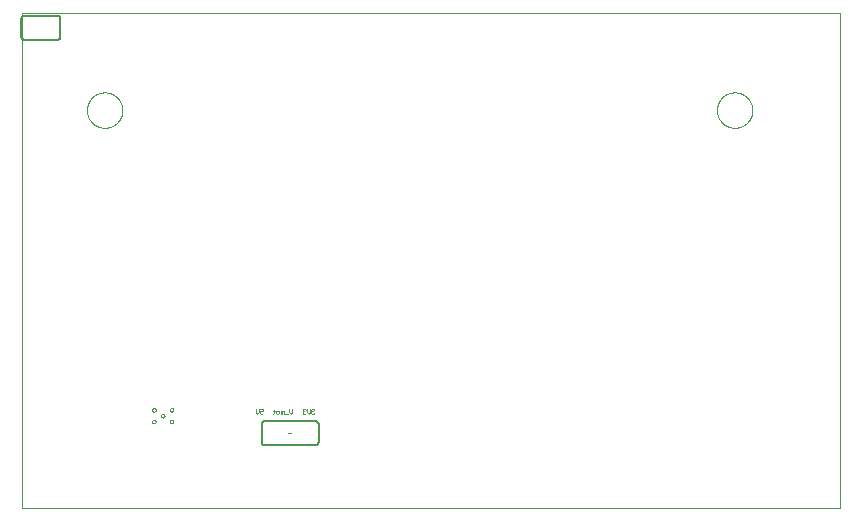
<source format=gbo>
G75*
%MOIN*%
%OFA0B0*%
%FSLAX25Y25*%
%IPPOS*%
%LPD*%
%AMOC8*
5,1,8,0,0,1.08239X$1,22.5*
%
%ADD10C,0.00000*%
%ADD11C,0.00100*%
%ADD12C,0.00600*%
D10*
X0007378Y0003500D02*
X0007378Y0168500D01*
X0279878Y0168500D01*
X0279878Y0003500D01*
X0007378Y0003500D01*
X0050710Y0032156D02*
X0050712Y0032204D01*
X0050718Y0032252D01*
X0050728Y0032299D01*
X0050741Y0032345D01*
X0050759Y0032390D01*
X0050779Y0032434D01*
X0050804Y0032476D01*
X0050832Y0032515D01*
X0050862Y0032552D01*
X0050896Y0032586D01*
X0050933Y0032618D01*
X0050971Y0032647D01*
X0051012Y0032672D01*
X0051055Y0032694D01*
X0051100Y0032712D01*
X0051146Y0032726D01*
X0051193Y0032737D01*
X0051241Y0032744D01*
X0051289Y0032747D01*
X0051337Y0032746D01*
X0051385Y0032741D01*
X0051433Y0032732D01*
X0051479Y0032720D01*
X0051524Y0032703D01*
X0051568Y0032683D01*
X0051610Y0032660D01*
X0051650Y0032633D01*
X0051688Y0032603D01*
X0051723Y0032570D01*
X0051755Y0032534D01*
X0051785Y0032496D01*
X0051811Y0032455D01*
X0051833Y0032412D01*
X0051853Y0032368D01*
X0051868Y0032323D01*
X0051880Y0032276D01*
X0051888Y0032228D01*
X0051892Y0032180D01*
X0051892Y0032132D01*
X0051888Y0032084D01*
X0051880Y0032036D01*
X0051868Y0031989D01*
X0051853Y0031944D01*
X0051833Y0031900D01*
X0051811Y0031857D01*
X0051785Y0031816D01*
X0051755Y0031778D01*
X0051723Y0031742D01*
X0051688Y0031709D01*
X0051650Y0031679D01*
X0051610Y0031652D01*
X0051568Y0031629D01*
X0051524Y0031609D01*
X0051479Y0031592D01*
X0051433Y0031580D01*
X0051385Y0031571D01*
X0051337Y0031566D01*
X0051289Y0031565D01*
X0051241Y0031568D01*
X0051193Y0031575D01*
X0051146Y0031586D01*
X0051100Y0031600D01*
X0051055Y0031618D01*
X0051012Y0031640D01*
X0050971Y0031665D01*
X0050933Y0031694D01*
X0050896Y0031726D01*
X0050862Y0031760D01*
X0050832Y0031797D01*
X0050804Y0031836D01*
X0050779Y0031878D01*
X0050759Y0031922D01*
X0050741Y0031967D01*
X0050728Y0032013D01*
X0050718Y0032060D01*
X0050712Y0032108D01*
X0050710Y0032156D01*
X0053662Y0034125D02*
X0053664Y0034173D01*
X0053670Y0034221D01*
X0053680Y0034268D01*
X0053693Y0034314D01*
X0053711Y0034359D01*
X0053731Y0034403D01*
X0053756Y0034445D01*
X0053784Y0034484D01*
X0053814Y0034521D01*
X0053848Y0034555D01*
X0053885Y0034587D01*
X0053923Y0034616D01*
X0053964Y0034641D01*
X0054007Y0034663D01*
X0054052Y0034681D01*
X0054098Y0034695D01*
X0054145Y0034706D01*
X0054193Y0034713D01*
X0054241Y0034716D01*
X0054289Y0034715D01*
X0054337Y0034710D01*
X0054385Y0034701D01*
X0054431Y0034689D01*
X0054476Y0034672D01*
X0054520Y0034652D01*
X0054562Y0034629D01*
X0054602Y0034602D01*
X0054640Y0034572D01*
X0054675Y0034539D01*
X0054707Y0034503D01*
X0054737Y0034465D01*
X0054763Y0034424D01*
X0054785Y0034381D01*
X0054805Y0034337D01*
X0054820Y0034292D01*
X0054832Y0034245D01*
X0054840Y0034197D01*
X0054844Y0034149D01*
X0054844Y0034101D01*
X0054840Y0034053D01*
X0054832Y0034005D01*
X0054820Y0033958D01*
X0054805Y0033913D01*
X0054785Y0033869D01*
X0054763Y0033826D01*
X0054737Y0033785D01*
X0054707Y0033747D01*
X0054675Y0033711D01*
X0054640Y0033678D01*
X0054602Y0033648D01*
X0054562Y0033621D01*
X0054520Y0033598D01*
X0054476Y0033578D01*
X0054431Y0033561D01*
X0054385Y0033549D01*
X0054337Y0033540D01*
X0054289Y0033535D01*
X0054241Y0033534D01*
X0054193Y0033537D01*
X0054145Y0033544D01*
X0054098Y0033555D01*
X0054052Y0033569D01*
X0054007Y0033587D01*
X0053964Y0033609D01*
X0053923Y0033634D01*
X0053885Y0033663D01*
X0053848Y0033695D01*
X0053814Y0033729D01*
X0053784Y0033766D01*
X0053756Y0033805D01*
X0053731Y0033847D01*
X0053711Y0033891D01*
X0053693Y0033936D01*
X0053680Y0033982D01*
X0053670Y0034029D01*
X0053664Y0034077D01*
X0053662Y0034125D01*
X0050710Y0036094D02*
X0050712Y0036142D01*
X0050718Y0036190D01*
X0050728Y0036237D01*
X0050741Y0036283D01*
X0050759Y0036328D01*
X0050779Y0036372D01*
X0050804Y0036414D01*
X0050832Y0036453D01*
X0050862Y0036490D01*
X0050896Y0036524D01*
X0050933Y0036556D01*
X0050971Y0036585D01*
X0051012Y0036610D01*
X0051055Y0036632D01*
X0051100Y0036650D01*
X0051146Y0036664D01*
X0051193Y0036675D01*
X0051241Y0036682D01*
X0051289Y0036685D01*
X0051337Y0036684D01*
X0051385Y0036679D01*
X0051433Y0036670D01*
X0051479Y0036658D01*
X0051524Y0036641D01*
X0051568Y0036621D01*
X0051610Y0036598D01*
X0051650Y0036571D01*
X0051688Y0036541D01*
X0051723Y0036508D01*
X0051755Y0036472D01*
X0051785Y0036434D01*
X0051811Y0036393D01*
X0051833Y0036350D01*
X0051853Y0036306D01*
X0051868Y0036261D01*
X0051880Y0036214D01*
X0051888Y0036166D01*
X0051892Y0036118D01*
X0051892Y0036070D01*
X0051888Y0036022D01*
X0051880Y0035974D01*
X0051868Y0035927D01*
X0051853Y0035882D01*
X0051833Y0035838D01*
X0051811Y0035795D01*
X0051785Y0035754D01*
X0051755Y0035716D01*
X0051723Y0035680D01*
X0051688Y0035647D01*
X0051650Y0035617D01*
X0051610Y0035590D01*
X0051568Y0035567D01*
X0051524Y0035547D01*
X0051479Y0035530D01*
X0051433Y0035518D01*
X0051385Y0035509D01*
X0051337Y0035504D01*
X0051289Y0035503D01*
X0051241Y0035506D01*
X0051193Y0035513D01*
X0051146Y0035524D01*
X0051100Y0035538D01*
X0051055Y0035556D01*
X0051012Y0035578D01*
X0050971Y0035603D01*
X0050933Y0035632D01*
X0050896Y0035664D01*
X0050862Y0035698D01*
X0050832Y0035735D01*
X0050804Y0035774D01*
X0050779Y0035816D01*
X0050759Y0035860D01*
X0050741Y0035905D01*
X0050728Y0035951D01*
X0050718Y0035998D01*
X0050712Y0036046D01*
X0050710Y0036094D01*
X0056615Y0036094D02*
X0056617Y0036142D01*
X0056623Y0036190D01*
X0056633Y0036237D01*
X0056646Y0036283D01*
X0056664Y0036328D01*
X0056684Y0036372D01*
X0056709Y0036414D01*
X0056737Y0036453D01*
X0056767Y0036490D01*
X0056801Y0036524D01*
X0056838Y0036556D01*
X0056876Y0036585D01*
X0056917Y0036610D01*
X0056960Y0036632D01*
X0057005Y0036650D01*
X0057051Y0036664D01*
X0057098Y0036675D01*
X0057146Y0036682D01*
X0057194Y0036685D01*
X0057242Y0036684D01*
X0057290Y0036679D01*
X0057338Y0036670D01*
X0057384Y0036658D01*
X0057429Y0036641D01*
X0057473Y0036621D01*
X0057515Y0036598D01*
X0057555Y0036571D01*
X0057593Y0036541D01*
X0057628Y0036508D01*
X0057660Y0036472D01*
X0057690Y0036434D01*
X0057716Y0036393D01*
X0057738Y0036350D01*
X0057758Y0036306D01*
X0057773Y0036261D01*
X0057785Y0036214D01*
X0057793Y0036166D01*
X0057797Y0036118D01*
X0057797Y0036070D01*
X0057793Y0036022D01*
X0057785Y0035974D01*
X0057773Y0035927D01*
X0057758Y0035882D01*
X0057738Y0035838D01*
X0057716Y0035795D01*
X0057690Y0035754D01*
X0057660Y0035716D01*
X0057628Y0035680D01*
X0057593Y0035647D01*
X0057555Y0035617D01*
X0057515Y0035590D01*
X0057473Y0035567D01*
X0057429Y0035547D01*
X0057384Y0035530D01*
X0057338Y0035518D01*
X0057290Y0035509D01*
X0057242Y0035504D01*
X0057194Y0035503D01*
X0057146Y0035506D01*
X0057098Y0035513D01*
X0057051Y0035524D01*
X0057005Y0035538D01*
X0056960Y0035556D01*
X0056917Y0035578D01*
X0056876Y0035603D01*
X0056838Y0035632D01*
X0056801Y0035664D01*
X0056767Y0035698D01*
X0056737Y0035735D01*
X0056709Y0035774D01*
X0056684Y0035816D01*
X0056664Y0035860D01*
X0056646Y0035905D01*
X0056633Y0035951D01*
X0056623Y0035998D01*
X0056617Y0036046D01*
X0056615Y0036094D01*
X0056615Y0032156D02*
X0056617Y0032204D01*
X0056623Y0032252D01*
X0056633Y0032299D01*
X0056646Y0032345D01*
X0056664Y0032390D01*
X0056684Y0032434D01*
X0056709Y0032476D01*
X0056737Y0032515D01*
X0056767Y0032552D01*
X0056801Y0032586D01*
X0056838Y0032618D01*
X0056876Y0032647D01*
X0056917Y0032672D01*
X0056960Y0032694D01*
X0057005Y0032712D01*
X0057051Y0032726D01*
X0057098Y0032737D01*
X0057146Y0032744D01*
X0057194Y0032747D01*
X0057242Y0032746D01*
X0057290Y0032741D01*
X0057338Y0032732D01*
X0057384Y0032720D01*
X0057429Y0032703D01*
X0057473Y0032683D01*
X0057515Y0032660D01*
X0057555Y0032633D01*
X0057593Y0032603D01*
X0057628Y0032570D01*
X0057660Y0032534D01*
X0057690Y0032496D01*
X0057716Y0032455D01*
X0057738Y0032412D01*
X0057758Y0032368D01*
X0057773Y0032323D01*
X0057785Y0032276D01*
X0057793Y0032228D01*
X0057797Y0032180D01*
X0057797Y0032132D01*
X0057793Y0032084D01*
X0057785Y0032036D01*
X0057773Y0031989D01*
X0057758Y0031944D01*
X0057738Y0031900D01*
X0057716Y0031857D01*
X0057690Y0031816D01*
X0057660Y0031778D01*
X0057628Y0031742D01*
X0057593Y0031709D01*
X0057555Y0031679D01*
X0057515Y0031652D01*
X0057473Y0031629D01*
X0057429Y0031609D01*
X0057384Y0031592D01*
X0057338Y0031580D01*
X0057290Y0031571D01*
X0057242Y0031566D01*
X0057194Y0031565D01*
X0057146Y0031568D01*
X0057098Y0031575D01*
X0057051Y0031586D01*
X0057005Y0031600D01*
X0056960Y0031618D01*
X0056917Y0031640D01*
X0056876Y0031665D01*
X0056838Y0031694D01*
X0056801Y0031726D01*
X0056767Y0031760D01*
X0056737Y0031797D01*
X0056709Y0031836D01*
X0056684Y0031878D01*
X0056664Y0031922D01*
X0056646Y0031967D01*
X0056633Y0032013D01*
X0056623Y0032060D01*
X0056617Y0032108D01*
X0056615Y0032156D01*
X0095969Y0028479D02*
X0095969Y0028426D01*
X0095995Y0028400D01*
X0096021Y0028426D01*
X0096021Y0028479D01*
X0096041Y0028479D02*
X0096094Y0028479D01*
X0096094Y0028439D01*
X0096067Y0028453D01*
X0096054Y0028453D01*
X0096041Y0028439D01*
X0096041Y0028413D01*
X0096054Y0028400D01*
X0096080Y0028400D01*
X0096094Y0028413D01*
X0096260Y0028453D02*
X0096273Y0028453D01*
X0096299Y0028426D01*
X0096319Y0028413D02*
X0096319Y0028439D01*
X0096332Y0028453D01*
X0096358Y0028453D01*
X0096372Y0028439D01*
X0096372Y0028413D01*
X0096358Y0028400D01*
X0096332Y0028400D01*
X0096319Y0028413D01*
X0096299Y0028400D02*
X0096299Y0028453D01*
X0096394Y0028453D02*
X0096420Y0028453D01*
X0096407Y0028466D02*
X0096407Y0028413D01*
X0096394Y0028400D01*
X0096440Y0028413D02*
X0096440Y0028439D01*
X0096453Y0028453D01*
X0096479Y0028453D01*
X0096492Y0028439D01*
X0096492Y0028413D01*
X0096479Y0028400D01*
X0096453Y0028400D01*
X0096440Y0028413D01*
X0096512Y0028400D02*
X0096512Y0028479D01*
X0096539Y0028453D01*
X0096565Y0028479D01*
X0096565Y0028400D01*
X0096585Y0028387D02*
X0096637Y0028387D01*
X0096657Y0028426D02*
X0096657Y0028479D01*
X0096657Y0028426D02*
X0096684Y0028400D01*
X0096710Y0028426D01*
X0096710Y0028479D01*
X0096875Y0028466D02*
X0096875Y0028453D01*
X0096888Y0028439D01*
X0096875Y0028426D01*
X0096875Y0028413D01*
X0096888Y0028400D01*
X0096914Y0028400D01*
X0096927Y0028413D01*
X0096947Y0028426D02*
X0096947Y0028479D01*
X0096927Y0028466D02*
X0096914Y0028479D01*
X0096888Y0028479D01*
X0096875Y0028466D01*
X0096888Y0028439D02*
X0096901Y0028439D01*
X0096947Y0028426D02*
X0096974Y0028400D01*
X0097000Y0028426D01*
X0097000Y0028479D01*
X0097020Y0028466D02*
X0097020Y0028453D01*
X0097033Y0028439D01*
X0097020Y0028426D01*
X0097020Y0028413D01*
X0097033Y0028400D01*
X0097059Y0028400D01*
X0097072Y0028413D01*
X0097046Y0028439D02*
X0097033Y0028439D01*
X0097020Y0028466D02*
X0097033Y0028479D01*
X0097059Y0028479D01*
X0097072Y0028466D01*
X0028972Y0136000D02*
X0028974Y0136153D01*
X0028980Y0136307D01*
X0028990Y0136460D01*
X0029004Y0136612D01*
X0029022Y0136765D01*
X0029044Y0136916D01*
X0029069Y0137067D01*
X0029099Y0137218D01*
X0029133Y0137368D01*
X0029170Y0137516D01*
X0029211Y0137664D01*
X0029256Y0137810D01*
X0029305Y0137956D01*
X0029358Y0138100D01*
X0029414Y0138242D01*
X0029474Y0138383D01*
X0029538Y0138523D01*
X0029605Y0138661D01*
X0029676Y0138797D01*
X0029751Y0138931D01*
X0029828Y0139063D01*
X0029910Y0139193D01*
X0029994Y0139321D01*
X0030082Y0139447D01*
X0030173Y0139570D01*
X0030267Y0139691D01*
X0030365Y0139809D01*
X0030465Y0139925D01*
X0030569Y0140038D01*
X0030675Y0140149D01*
X0030784Y0140257D01*
X0030896Y0140362D01*
X0031010Y0140463D01*
X0031128Y0140562D01*
X0031247Y0140658D01*
X0031369Y0140751D01*
X0031494Y0140840D01*
X0031621Y0140927D01*
X0031750Y0141009D01*
X0031881Y0141089D01*
X0032014Y0141165D01*
X0032149Y0141238D01*
X0032286Y0141307D01*
X0032425Y0141372D01*
X0032565Y0141434D01*
X0032707Y0141492D01*
X0032850Y0141547D01*
X0032995Y0141598D01*
X0033141Y0141645D01*
X0033288Y0141688D01*
X0033436Y0141727D01*
X0033585Y0141763D01*
X0033735Y0141794D01*
X0033886Y0141822D01*
X0034037Y0141846D01*
X0034190Y0141866D01*
X0034342Y0141882D01*
X0034495Y0141894D01*
X0034648Y0141902D01*
X0034801Y0141906D01*
X0034955Y0141906D01*
X0035108Y0141902D01*
X0035261Y0141894D01*
X0035414Y0141882D01*
X0035566Y0141866D01*
X0035719Y0141846D01*
X0035870Y0141822D01*
X0036021Y0141794D01*
X0036171Y0141763D01*
X0036320Y0141727D01*
X0036468Y0141688D01*
X0036615Y0141645D01*
X0036761Y0141598D01*
X0036906Y0141547D01*
X0037049Y0141492D01*
X0037191Y0141434D01*
X0037331Y0141372D01*
X0037470Y0141307D01*
X0037607Y0141238D01*
X0037742Y0141165D01*
X0037875Y0141089D01*
X0038006Y0141009D01*
X0038135Y0140927D01*
X0038262Y0140840D01*
X0038387Y0140751D01*
X0038509Y0140658D01*
X0038628Y0140562D01*
X0038746Y0140463D01*
X0038860Y0140362D01*
X0038972Y0140257D01*
X0039081Y0140149D01*
X0039187Y0140038D01*
X0039291Y0139925D01*
X0039391Y0139809D01*
X0039489Y0139691D01*
X0039583Y0139570D01*
X0039674Y0139447D01*
X0039762Y0139321D01*
X0039846Y0139193D01*
X0039928Y0139063D01*
X0040005Y0138931D01*
X0040080Y0138797D01*
X0040151Y0138661D01*
X0040218Y0138523D01*
X0040282Y0138383D01*
X0040342Y0138242D01*
X0040398Y0138100D01*
X0040451Y0137956D01*
X0040500Y0137810D01*
X0040545Y0137664D01*
X0040586Y0137516D01*
X0040623Y0137368D01*
X0040657Y0137218D01*
X0040687Y0137067D01*
X0040712Y0136916D01*
X0040734Y0136765D01*
X0040752Y0136612D01*
X0040766Y0136460D01*
X0040776Y0136307D01*
X0040782Y0136153D01*
X0040784Y0136000D01*
X0040782Y0135847D01*
X0040776Y0135693D01*
X0040766Y0135540D01*
X0040752Y0135388D01*
X0040734Y0135235D01*
X0040712Y0135084D01*
X0040687Y0134933D01*
X0040657Y0134782D01*
X0040623Y0134632D01*
X0040586Y0134484D01*
X0040545Y0134336D01*
X0040500Y0134190D01*
X0040451Y0134044D01*
X0040398Y0133900D01*
X0040342Y0133758D01*
X0040282Y0133617D01*
X0040218Y0133477D01*
X0040151Y0133339D01*
X0040080Y0133203D01*
X0040005Y0133069D01*
X0039928Y0132937D01*
X0039846Y0132807D01*
X0039762Y0132679D01*
X0039674Y0132553D01*
X0039583Y0132430D01*
X0039489Y0132309D01*
X0039391Y0132191D01*
X0039291Y0132075D01*
X0039187Y0131962D01*
X0039081Y0131851D01*
X0038972Y0131743D01*
X0038860Y0131638D01*
X0038746Y0131537D01*
X0038628Y0131438D01*
X0038509Y0131342D01*
X0038387Y0131249D01*
X0038262Y0131160D01*
X0038135Y0131073D01*
X0038006Y0130991D01*
X0037875Y0130911D01*
X0037742Y0130835D01*
X0037607Y0130762D01*
X0037470Y0130693D01*
X0037331Y0130628D01*
X0037191Y0130566D01*
X0037049Y0130508D01*
X0036906Y0130453D01*
X0036761Y0130402D01*
X0036615Y0130355D01*
X0036468Y0130312D01*
X0036320Y0130273D01*
X0036171Y0130237D01*
X0036021Y0130206D01*
X0035870Y0130178D01*
X0035719Y0130154D01*
X0035566Y0130134D01*
X0035414Y0130118D01*
X0035261Y0130106D01*
X0035108Y0130098D01*
X0034955Y0130094D01*
X0034801Y0130094D01*
X0034648Y0130098D01*
X0034495Y0130106D01*
X0034342Y0130118D01*
X0034190Y0130134D01*
X0034037Y0130154D01*
X0033886Y0130178D01*
X0033735Y0130206D01*
X0033585Y0130237D01*
X0033436Y0130273D01*
X0033288Y0130312D01*
X0033141Y0130355D01*
X0032995Y0130402D01*
X0032850Y0130453D01*
X0032707Y0130508D01*
X0032565Y0130566D01*
X0032425Y0130628D01*
X0032286Y0130693D01*
X0032149Y0130762D01*
X0032014Y0130835D01*
X0031881Y0130911D01*
X0031750Y0130991D01*
X0031621Y0131073D01*
X0031494Y0131160D01*
X0031369Y0131249D01*
X0031247Y0131342D01*
X0031128Y0131438D01*
X0031010Y0131537D01*
X0030896Y0131638D01*
X0030784Y0131743D01*
X0030675Y0131851D01*
X0030569Y0131962D01*
X0030465Y0132075D01*
X0030365Y0132191D01*
X0030267Y0132309D01*
X0030173Y0132430D01*
X0030082Y0132553D01*
X0029994Y0132679D01*
X0029910Y0132807D01*
X0029828Y0132937D01*
X0029751Y0133069D01*
X0029676Y0133203D01*
X0029605Y0133339D01*
X0029538Y0133477D01*
X0029474Y0133617D01*
X0029414Y0133758D01*
X0029358Y0133900D01*
X0029305Y0134044D01*
X0029256Y0134190D01*
X0029211Y0134336D01*
X0029170Y0134484D01*
X0029133Y0134632D01*
X0029099Y0134782D01*
X0029069Y0134933D01*
X0029044Y0135084D01*
X0029022Y0135235D01*
X0029004Y0135388D01*
X0028990Y0135540D01*
X0028980Y0135693D01*
X0028974Y0135847D01*
X0028972Y0136000D01*
X0238972Y0136000D02*
X0238974Y0136153D01*
X0238980Y0136307D01*
X0238990Y0136460D01*
X0239004Y0136612D01*
X0239022Y0136765D01*
X0239044Y0136916D01*
X0239069Y0137067D01*
X0239099Y0137218D01*
X0239133Y0137368D01*
X0239170Y0137516D01*
X0239211Y0137664D01*
X0239256Y0137810D01*
X0239305Y0137956D01*
X0239358Y0138100D01*
X0239414Y0138242D01*
X0239474Y0138383D01*
X0239538Y0138523D01*
X0239605Y0138661D01*
X0239676Y0138797D01*
X0239751Y0138931D01*
X0239828Y0139063D01*
X0239910Y0139193D01*
X0239994Y0139321D01*
X0240082Y0139447D01*
X0240173Y0139570D01*
X0240267Y0139691D01*
X0240365Y0139809D01*
X0240465Y0139925D01*
X0240569Y0140038D01*
X0240675Y0140149D01*
X0240784Y0140257D01*
X0240896Y0140362D01*
X0241010Y0140463D01*
X0241128Y0140562D01*
X0241247Y0140658D01*
X0241369Y0140751D01*
X0241494Y0140840D01*
X0241621Y0140927D01*
X0241750Y0141009D01*
X0241881Y0141089D01*
X0242014Y0141165D01*
X0242149Y0141238D01*
X0242286Y0141307D01*
X0242425Y0141372D01*
X0242565Y0141434D01*
X0242707Y0141492D01*
X0242850Y0141547D01*
X0242995Y0141598D01*
X0243141Y0141645D01*
X0243288Y0141688D01*
X0243436Y0141727D01*
X0243585Y0141763D01*
X0243735Y0141794D01*
X0243886Y0141822D01*
X0244037Y0141846D01*
X0244190Y0141866D01*
X0244342Y0141882D01*
X0244495Y0141894D01*
X0244648Y0141902D01*
X0244801Y0141906D01*
X0244955Y0141906D01*
X0245108Y0141902D01*
X0245261Y0141894D01*
X0245414Y0141882D01*
X0245566Y0141866D01*
X0245719Y0141846D01*
X0245870Y0141822D01*
X0246021Y0141794D01*
X0246171Y0141763D01*
X0246320Y0141727D01*
X0246468Y0141688D01*
X0246615Y0141645D01*
X0246761Y0141598D01*
X0246906Y0141547D01*
X0247049Y0141492D01*
X0247191Y0141434D01*
X0247331Y0141372D01*
X0247470Y0141307D01*
X0247607Y0141238D01*
X0247742Y0141165D01*
X0247875Y0141089D01*
X0248006Y0141009D01*
X0248135Y0140927D01*
X0248262Y0140840D01*
X0248387Y0140751D01*
X0248509Y0140658D01*
X0248628Y0140562D01*
X0248746Y0140463D01*
X0248860Y0140362D01*
X0248972Y0140257D01*
X0249081Y0140149D01*
X0249187Y0140038D01*
X0249291Y0139925D01*
X0249391Y0139809D01*
X0249489Y0139691D01*
X0249583Y0139570D01*
X0249674Y0139447D01*
X0249762Y0139321D01*
X0249846Y0139193D01*
X0249928Y0139063D01*
X0250005Y0138931D01*
X0250080Y0138797D01*
X0250151Y0138661D01*
X0250218Y0138523D01*
X0250282Y0138383D01*
X0250342Y0138242D01*
X0250398Y0138100D01*
X0250451Y0137956D01*
X0250500Y0137810D01*
X0250545Y0137664D01*
X0250586Y0137516D01*
X0250623Y0137368D01*
X0250657Y0137218D01*
X0250687Y0137067D01*
X0250712Y0136916D01*
X0250734Y0136765D01*
X0250752Y0136612D01*
X0250766Y0136460D01*
X0250776Y0136307D01*
X0250782Y0136153D01*
X0250784Y0136000D01*
X0250782Y0135847D01*
X0250776Y0135693D01*
X0250766Y0135540D01*
X0250752Y0135388D01*
X0250734Y0135235D01*
X0250712Y0135084D01*
X0250687Y0134933D01*
X0250657Y0134782D01*
X0250623Y0134632D01*
X0250586Y0134484D01*
X0250545Y0134336D01*
X0250500Y0134190D01*
X0250451Y0134044D01*
X0250398Y0133900D01*
X0250342Y0133758D01*
X0250282Y0133617D01*
X0250218Y0133477D01*
X0250151Y0133339D01*
X0250080Y0133203D01*
X0250005Y0133069D01*
X0249928Y0132937D01*
X0249846Y0132807D01*
X0249762Y0132679D01*
X0249674Y0132553D01*
X0249583Y0132430D01*
X0249489Y0132309D01*
X0249391Y0132191D01*
X0249291Y0132075D01*
X0249187Y0131962D01*
X0249081Y0131851D01*
X0248972Y0131743D01*
X0248860Y0131638D01*
X0248746Y0131537D01*
X0248628Y0131438D01*
X0248509Y0131342D01*
X0248387Y0131249D01*
X0248262Y0131160D01*
X0248135Y0131073D01*
X0248006Y0130991D01*
X0247875Y0130911D01*
X0247742Y0130835D01*
X0247607Y0130762D01*
X0247470Y0130693D01*
X0247331Y0130628D01*
X0247191Y0130566D01*
X0247049Y0130508D01*
X0246906Y0130453D01*
X0246761Y0130402D01*
X0246615Y0130355D01*
X0246468Y0130312D01*
X0246320Y0130273D01*
X0246171Y0130237D01*
X0246021Y0130206D01*
X0245870Y0130178D01*
X0245719Y0130154D01*
X0245566Y0130134D01*
X0245414Y0130118D01*
X0245261Y0130106D01*
X0245108Y0130098D01*
X0244955Y0130094D01*
X0244801Y0130094D01*
X0244648Y0130098D01*
X0244495Y0130106D01*
X0244342Y0130118D01*
X0244190Y0130134D01*
X0244037Y0130154D01*
X0243886Y0130178D01*
X0243735Y0130206D01*
X0243585Y0130237D01*
X0243436Y0130273D01*
X0243288Y0130312D01*
X0243141Y0130355D01*
X0242995Y0130402D01*
X0242850Y0130453D01*
X0242707Y0130508D01*
X0242565Y0130566D01*
X0242425Y0130628D01*
X0242286Y0130693D01*
X0242149Y0130762D01*
X0242014Y0130835D01*
X0241881Y0130911D01*
X0241750Y0130991D01*
X0241621Y0131073D01*
X0241494Y0131160D01*
X0241369Y0131249D01*
X0241247Y0131342D01*
X0241128Y0131438D01*
X0241010Y0131537D01*
X0240896Y0131638D01*
X0240784Y0131743D01*
X0240675Y0131851D01*
X0240569Y0131962D01*
X0240465Y0132075D01*
X0240365Y0132191D01*
X0240267Y0132309D01*
X0240173Y0132430D01*
X0240082Y0132553D01*
X0239994Y0132679D01*
X0239910Y0132807D01*
X0239828Y0132937D01*
X0239751Y0133069D01*
X0239676Y0133203D01*
X0239605Y0133339D01*
X0239538Y0133477D01*
X0239474Y0133617D01*
X0239414Y0133758D01*
X0239358Y0133900D01*
X0239305Y0134044D01*
X0239256Y0134190D01*
X0239211Y0134336D01*
X0239170Y0134484D01*
X0239133Y0134632D01*
X0239099Y0134782D01*
X0239069Y0134933D01*
X0239044Y0135084D01*
X0239022Y0135235D01*
X0239004Y0135388D01*
X0238990Y0135540D01*
X0238980Y0135693D01*
X0238974Y0135847D01*
X0238972Y0136000D01*
D11*
X0104828Y0036051D02*
X0104578Y0036301D01*
X0104078Y0036301D01*
X0103827Y0036051D01*
X0103827Y0035801D01*
X0104078Y0035551D01*
X0103827Y0035300D01*
X0103827Y0035050D01*
X0104078Y0034800D01*
X0104578Y0034800D01*
X0104828Y0035050D01*
X0104328Y0035551D02*
X0104078Y0035551D01*
X0103355Y0035300D02*
X0102855Y0034800D01*
X0102354Y0035300D01*
X0102354Y0036301D01*
X0101882Y0036051D02*
X0101632Y0036301D01*
X0101131Y0036301D01*
X0100881Y0036051D01*
X0100881Y0035801D01*
X0101131Y0035551D01*
X0100881Y0035300D01*
X0100881Y0035050D01*
X0101131Y0034800D01*
X0101632Y0034800D01*
X0101882Y0035050D01*
X0101381Y0035551D02*
X0101131Y0035551D01*
X0103355Y0035300D02*
X0103355Y0036301D01*
X0097462Y0036301D02*
X0097462Y0035300D01*
X0096962Y0034800D01*
X0096461Y0035300D01*
X0096461Y0036301D01*
X0095989Y0034550D02*
X0094988Y0034550D01*
X0094516Y0034800D02*
X0094516Y0035801D01*
X0094265Y0035801D01*
X0094015Y0035551D01*
X0093765Y0035801D01*
X0093515Y0035551D01*
X0093515Y0034800D01*
X0094015Y0034800D02*
X0094015Y0035551D01*
X0093042Y0035551D02*
X0093042Y0035050D01*
X0092792Y0034800D01*
X0092292Y0034800D01*
X0092041Y0035050D01*
X0092041Y0035551D01*
X0092292Y0035801D01*
X0092792Y0035801D01*
X0093042Y0035551D01*
X0091569Y0035801D02*
X0091069Y0035801D01*
X0091319Y0036051D02*
X0091319Y0035050D01*
X0091069Y0034800D01*
X0087640Y0035050D02*
X0087390Y0034800D01*
X0086890Y0034800D01*
X0086639Y0035050D01*
X0086639Y0035551D01*
X0086890Y0035801D01*
X0087140Y0035801D01*
X0087640Y0035551D01*
X0087640Y0036301D01*
X0086639Y0036301D01*
X0086167Y0036301D02*
X0086167Y0035300D01*
X0085667Y0034800D01*
X0085166Y0035300D01*
X0085166Y0036301D01*
D12*
X0088178Y0032400D02*
X0105178Y0032400D01*
X0105238Y0032398D01*
X0105299Y0032393D01*
X0105358Y0032384D01*
X0105417Y0032371D01*
X0105476Y0032355D01*
X0105533Y0032335D01*
X0105588Y0032312D01*
X0105643Y0032285D01*
X0105695Y0032256D01*
X0105746Y0032223D01*
X0105795Y0032187D01*
X0105841Y0032149D01*
X0105885Y0032107D01*
X0105927Y0032063D01*
X0105965Y0032017D01*
X0106001Y0031968D01*
X0106034Y0031917D01*
X0106063Y0031865D01*
X0106090Y0031810D01*
X0106113Y0031755D01*
X0106133Y0031698D01*
X0106149Y0031639D01*
X0106162Y0031580D01*
X0106171Y0031521D01*
X0106176Y0031460D01*
X0106178Y0031400D01*
X0106178Y0025400D01*
X0106176Y0025340D01*
X0106171Y0025279D01*
X0106162Y0025220D01*
X0106149Y0025161D01*
X0106133Y0025102D01*
X0106113Y0025045D01*
X0106090Y0024990D01*
X0106063Y0024935D01*
X0106034Y0024883D01*
X0106001Y0024832D01*
X0105965Y0024783D01*
X0105927Y0024737D01*
X0105885Y0024693D01*
X0105841Y0024651D01*
X0105795Y0024613D01*
X0105746Y0024577D01*
X0105695Y0024544D01*
X0105643Y0024515D01*
X0105588Y0024488D01*
X0105533Y0024465D01*
X0105476Y0024445D01*
X0105417Y0024429D01*
X0105358Y0024416D01*
X0105299Y0024407D01*
X0105238Y0024402D01*
X0105178Y0024400D01*
X0088178Y0024400D01*
X0088118Y0024402D01*
X0088057Y0024407D01*
X0087998Y0024416D01*
X0087939Y0024429D01*
X0087880Y0024445D01*
X0087823Y0024465D01*
X0087768Y0024488D01*
X0087713Y0024515D01*
X0087661Y0024544D01*
X0087610Y0024577D01*
X0087561Y0024613D01*
X0087515Y0024651D01*
X0087471Y0024693D01*
X0087429Y0024737D01*
X0087391Y0024783D01*
X0087355Y0024832D01*
X0087322Y0024883D01*
X0087293Y0024935D01*
X0087266Y0024990D01*
X0087243Y0025045D01*
X0087223Y0025102D01*
X0087207Y0025161D01*
X0087194Y0025220D01*
X0087185Y0025279D01*
X0087180Y0025340D01*
X0087178Y0025400D01*
X0087178Y0031400D01*
X0087180Y0031460D01*
X0087185Y0031521D01*
X0087194Y0031580D01*
X0087207Y0031639D01*
X0087223Y0031698D01*
X0087243Y0031755D01*
X0087266Y0031810D01*
X0087293Y0031865D01*
X0087322Y0031917D01*
X0087355Y0031968D01*
X0087391Y0032017D01*
X0087429Y0032063D01*
X0087471Y0032107D01*
X0087515Y0032149D01*
X0087561Y0032187D01*
X0087610Y0032223D01*
X0087661Y0032256D01*
X0087713Y0032285D01*
X0087768Y0032312D01*
X0087823Y0032335D01*
X0087880Y0032355D01*
X0087939Y0032371D01*
X0087998Y0032384D01*
X0088057Y0032393D01*
X0088118Y0032398D01*
X0088178Y0032400D01*
X0019128Y0159500D02*
X0008128Y0159500D01*
X0008068Y0159502D01*
X0008007Y0159507D01*
X0007948Y0159516D01*
X0007889Y0159529D01*
X0007830Y0159545D01*
X0007773Y0159565D01*
X0007718Y0159588D01*
X0007663Y0159615D01*
X0007611Y0159644D01*
X0007560Y0159677D01*
X0007511Y0159713D01*
X0007465Y0159751D01*
X0007421Y0159793D01*
X0007379Y0159837D01*
X0007341Y0159883D01*
X0007305Y0159932D01*
X0007272Y0159983D01*
X0007243Y0160035D01*
X0007216Y0160090D01*
X0007193Y0160145D01*
X0007173Y0160202D01*
X0007157Y0160261D01*
X0007144Y0160320D01*
X0007135Y0160379D01*
X0007130Y0160440D01*
X0007128Y0160500D01*
X0007128Y0166500D01*
X0007130Y0166560D01*
X0007135Y0166621D01*
X0007144Y0166680D01*
X0007157Y0166739D01*
X0007173Y0166798D01*
X0007193Y0166855D01*
X0007216Y0166910D01*
X0007243Y0166965D01*
X0007272Y0167017D01*
X0007305Y0167068D01*
X0007341Y0167117D01*
X0007379Y0167163D01*
X0007421Y0167207D01*
X0007465Y0167249D01*
X0007511Y0167287D01*
X0007560Y0167323D01*
X0007611Y0167356D01*
X0007663Y0167385D01*
X0007718Y0167412D01*
X0007773Y0167435D01*
X0007830Y0167455D01*
X0007889Y0167471D01*
X0007948Y0167484D01*
X0008007Y0167493D01*
X0008068Y0167498D01*
X0008128Y0167500D01*
X0019128Y0167500D01*
X0019188Y0167498D01*
X0019249Y0167493D01*
X0019308Y0167484D01*
X0019367Y0167471D01*
X0019426Y0167455D01*
X0019483Y0167435D01*
X0019538Y0167412D01*
X0019593Y0167385D01*
X0019645Y0167356D01*
X0019696Y0167323D01*
X0019745Y0167287D01*
X0019791Y0167249D01*
X0019835Y0167207D01*
X0019877Y0167163D01*
X0019915Y0167117D01*
X0019951Y0167068D01*
X0019984Y0167017D01*
X0020013Y0166965D01*
X0020040Y0166910D01*
X0020063Y0166855D01*
X0020083Y0166798D01*
X0020099Y0166739D01*
X0020112Y0166680D01*
X0020121Y0166621D01*
X0020126Y0166560D01*
X0020128Y0166500D01*
X0020128Y0160500D01*
X0020126Y0160440D01*
X0020121Y0160379D01*
X0020112Y0160320D01*
X0020099Y0160261D01*
X0020083Y0160202D01*
X0020063Y0160145D01*
X0020040Y0160090D01*
X0020013Y0160035D01*
X0019984Y0159983D01*
X0019951Y0159932D01*
X0019915Y0159883D01*
X0019877Y0159837D01*
X0019835Y0159793D01*
X0019791Y0159751D01*
X0019745Y0159713D01*
X0019696Y0159677D01*
X0019645Y0159644D01*
X0019593Y0159615D01*
X0019538Y0159588D01*
X0019483Y0159565D01*
X0019426Y0159545D01*
X0019367Y0159529D01*
X0019308Y0159516D01*
X0019249Y0159507D01*
X0019188Y0159502D01*
X0019128Y0159500D01*
M02*

</source>
